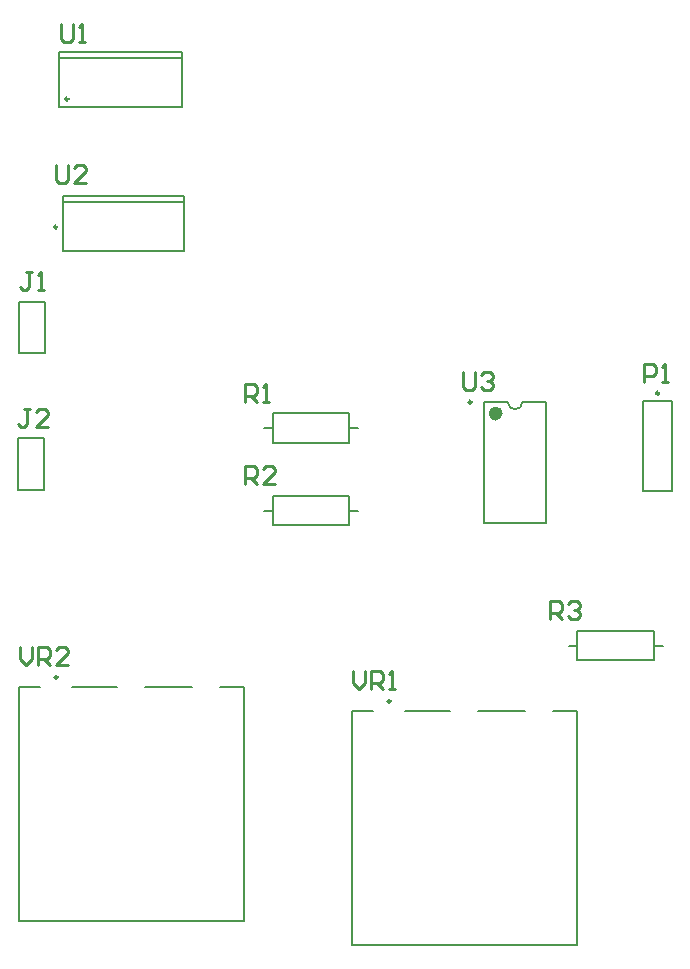
<source format=gto>
G04*
G04 #@! TF.GenerationSoftware,Altium Limited,Altium Designer,23.2.1 (34)*
G04*
G04 Layer_Color=65535*
%FSLAX44Y44*%
%MOMM*%
G71*
G04*
G04 #@! TF.SameCoordinates,851AC272-0A9D-4C73-9226-38D0B36C9836*
G04*
G04*
G04 #@! TF.FilePolarity,Positive*
G04*
G01*
G75*
%ADD10C,0.2500*%
%ADD11C,0.2000*%
%ADD12C,0.6000*%
%ADD13C,0.2540*%
D10*
X1117580Y924710D02*
G03*
X1117580Y924710I-1250J0D01*
G01*
X607960Y1065530D02*
G03*
X607960Y1065530I-1250J0D01*
G01*
X617420Y1173910D02*
G03*
X617420Y1173910I-1250J0D01*
G01*
X958830Y917240D02*
G03*
X958830Y917240I-1250J0D01*
G01*
X890250Y663970D02*
G03*
X890250Y663970I-1250J0D01*
G01*
X608310Y684290D02*
G03*
X608310Y684290I-1250J0D01*
G01*
D11*
X989330Y917640D02*
G03*
X1002030Y917640I6350J0D01*
G01*
X1128780Y842010D02*
Y918210D01*
X1103880Y842010D02*
Y918210D01*
X1128780D01*
X1103880Y842010D02*
X1128780D01*
X613210Y1087130D02*
X715210D01*
X613210Y1092130D02*
X715210D01*
X613210Y1045130D02*
X715210D01*
Y1092130D01*
X613210Y1045130D02*
Y1092130D01*
X609670Y1208410D02*
X713670D01*
X609670Y1167410D02*
Y1213410D01*
X609670Y1167410D02*
X713670D01*
Y1213410D01*
X609670D02*
X713670D01*
X575740Y1002190D02*
X597740D01*
X575740Y958690D02*
Y1002190D01*
Y958690D02*
X597740D01*
Y1002190D01*
X855460Y895350D02*
X862710D01*
X783210D02*
X790460D01*
Y882850D02*
Y907850D01*
Y882850D02*
X855460D01*
Y907850D01*
X790460D02*
X855460D01*
X969180Y814640D02*
Y917640D01*
X1022180Y814640D02*
Y917640D01*
X969180D02*
X989330D01*
X1002030D02*
X1022180D01*
X969180Y814640D02*
X1022180D01*
X574470Y886780D02*
X596470D01*
X574470Y843280D02*
Y886780D01*
Y843280D02*
X596470D01*
Y886780D01*
X855460Y825500D02*
X862710D01*
X783210D02*
X790460D01*
Y813000D02*
Y838000D01*
Y813000D02*
X855460D01*
Y838000D01*
X790460D02*
X855460D01*
X1041020Y711200D02*
X1048270D01*
X1113270D02*
X1120520D01*
X1113270Y698700D02*
Y723700D01*
X1048270D02*
X1113270D01*
X1048270Y698700D02*
Y723700D01*
Y698700D02*
X1113270D01*
X1047750Y457870D02*
Y655970D01*
X857250Y457870D02*
X1047750D01*
X857250Y655970D02*
X875500D01*
X857250Y457870D02*
Y655970D01*
X1027550D02*
X1047750D01*
X964050Y655970D02*
X1004450D01*
X902500D02*
X940950D01*
X765810Y478190D02*
Y676290D01*
X575310Y478190D02*
X765810D01*
X575310Y676290D02*
X593560D01*
X575310Y478190D02*
Y676290D01*
X745610D02*
X765810D01*
X682110Y676290D02*
X722510D01*
X620560D02*
X659010D01*
D12*
X982180Y907640D02*
G03*
X982180Y907640I-3000J0D01*
G01*
D13*
X858520Y689351D02*
Y679194D01*
X863598Y674116D01*
X868677Y679194D01*
Y689351D01*
X873755Y674116D02*
Y689351D01*
X881373D01*
X883912Y686812D01*
Y681733D01*
X881373Y679194D01*
X873755D01*
X878833D02*
X883912Y674116D01*
X888990D02*
X894069D01*
X891529D01*
Y689351D01*
X888990Y686812D01*
X576580Y709671D02*
Y699514D01*
X581658Y694436D01*
X586737Y699514D01*
Y709671D01*
X591815Y694436D02*
Y709671D01*
X599433D01*
X601972Y707132D01*
Y702054D01*
X599433Y699514D01*
X591815D01*
X596893D02*
X601972Y694436D01*
X617207D02*
X607050D01*
X617207Y704593D01*
Y707132D01*
X614668Y709671D01*
X609589D01*
X607050Y707132D01*
X611124Y1237229D02*
Y1224533D01*
X613663Y1221994D01*
X618741D01*
X621281Y1224533D01*
Y1237229D01*
X626359Y1221994D02*
X631437D01*
X628898D01*
Y1237229D01*
X626359Y1234690D01*
X606806Y1117849D02*
Y1105153D01*
X609345Y1102614D01*
X614423D01*
X616963Y1105153D01*
Y1117849D01*
X632198Y1102614D02*
X622041D01*
X632198Y1112771D01*
Y1115310D01*
X629659Y1117849D01*
X624580D01*
X622041Y1115310D01*
X951484Y942589D02*
Y929893D01*
X954023Y927354D01*
X959101D01*
X961641Y929893D01*
Y942589D01*
X966719Y940050D02*
X969258Y942589D01*
X974337D01*
X976876Y940050D01*
Y937511D01*
X974337Y934971D01*
X971797D01*
X974337D01*
X976876Y932432D01*
Y929893D01*
X974337Y927354D01*
X969258D01*
X966719Y929893D01*
X1025144Y733298D02*
Y748533D01*
X1032762D01*
X1035301Y745994D01*
Y740916D01*
X1032762Y738376D01*
X1025144D01*
X1030222D02*
X1035301Y733298D01*
X1040379Y745994D02*
X1042918Y748533D01*
X1047997D01*
X1050536Y745994D01*
Y743455D01*
X1047997Y740916D01*
X1045457D01*
X1047997D01*
X1050536Y738376D01*
Y735837D01*
X1047997Y733298D01*
X1042918D01*
X1040379Y735837D01*
X767334Y917448D02*
Y932683D01*
X774951D01*
X777491Y930144D01*
Y925066D01*
X774951Y922526D01*
X767334D01*
X772412D02*
X777491Y917448D01*
X782569D02*
X787647D01*
X785108D01*
Y932683D01*
X782569Y930144D01*
X767334Y847598D02*
Y862833D01*
X774951D01*
X777491Y860294D01*
Y855216D01*
X774951Y852676D01*
X767334D01*
X772412D02*
X777491Y847598D01*
X792726D02*
X782569D01*
X792726Y857755D01*
Y860294D01*
X790187Y862833D01*
X785108D01*
X782569Y860294D01*
X1105154Y934720D02*
Y949955D01*
X1112772D01*
X1115311Y947416D01*
Y942337D01*
X1112772Y939798D01*
X1105154D01*
X1120389Y934720D02*
X1125467D01*
X1122928D01*
Y949955D01*
X1120389Y947416D01*
X586483Y1027171D02*
X581404D01*
X583943D01*
Y1014475D01*
X581404Y1011936D01*
X578865D01*
X576326Y1014475D01*
X591561Y1011936D02*
X596639D01*
X594100D01*
Y1027171D01*
X591561Y1024632D01*
X585213Y911601D02*
X580134D01*
X582673D01*
Y898905D01*
X580134Y896366D01*
X577595D01*
X575056Y898905D01*
X600448Y896366D02*
X590291D01*
X600448Y906523D01*
Y909062D01*
X597909Y911601D01*
X592830D01*
X590291Y909062D01*
M02*

</source>
